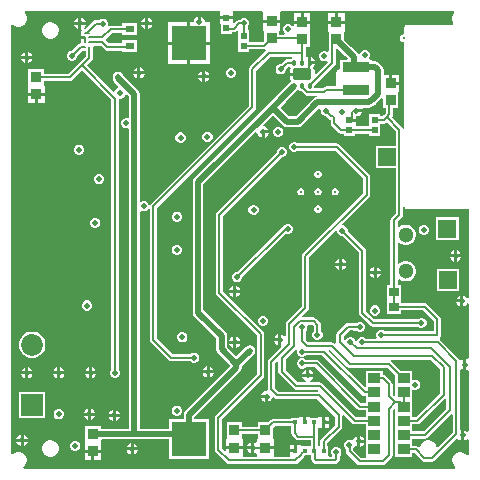
<source format=gbr>
%TF.GenerationSoftware,Altium Limited,Altium Designer,21.2.0 (30)*%
G04 Layer_Physical_Order=4*
G04 Layer_Color=16711680*
%FSLAX45Y45*%
%MOMM*%
%TF.SameCoordinates,6E67B6D2-48A1-4C3A-8D5B-8FB38F647B41*%
%TF.FilePolarity,Positive*%
%TF.FileFunction,Copper,L4,Bot,Signal*%
%TF.Part,Single*%
G01*
G75*
%TA.AperFunction,Conductor*%
%ADD10C,0.20000*%
%TA.AperFunction,SMDPad,CuDef*%
%ADD17R,0.55000X0.60000*%
%ADD20R,0.91213X0.95814*%
%TA.AperFunction,Conductor*%
%ADD35C,0.50000*%
%TA.AperFunction,ComponentPad*%
%ADD43R,1.50000X1.50000*%
%ADD44C,1.30000*%
%ADD46C,1.85000*%
%ADD47R,1.85000X1.85000*%
%TA.AperFunction,ViaPad*%
%ADD48C,0.20000*%
%ADD49C,0.46000*%
%ADD50C,0.30000*%
%TA.AperFunction,SMDPad,CuDef*%
%ADD51R,2.30000X0.85000*%
G04:AMPARAMS|DCode=52|XSize=1mm|YSize=1.6mm|CornerRadius=0.25mm|HoleSize=0mm|Usage=FLASHONLY|Rotation=90.000|XOffset=0mm|YOffset=0mm|HoleType=Round|Shape=RoundedRectangle|*
%AMROUNDEDRECTD52*
21,1,1.00000,1.10000,0,0,90.0*
21,1,0.50000,1.60000,0,0,90.0*
1,1,0.50000,0.55000,0.25000*
1,1,0.50000,0.55000,-0.25000*
1,1,0.50000,-0.55000,-0.25000*
1,1,0.50000,-0.55000,0.25000*
%
%ADD52ROUNDEDRECTD52*%
G04:AMPARAMS|DCode=53|XSize=0.45mm|YSize=0.3mm|CornerRadius=0.075mm|HoleSize=0mm|Usage=FLASHONLY|Rotation=90.000|XOffset=0mm|YOffset=0mm|HoleType=Round|Shape=RoundedRectangle|*
%AMROUNDEDRECTD53*
21,1,0.45000,0.15000,0,0,90.0*
21,1,0.30000,0.30000,0,0,90.0*
1,1,0.15000,0.07500,0.15000*
1,1,0.15000,0.07500,-0.15000*
1,1,0.15000,-0.07500,-0.15000*
1,1,0.15000,-0.07500,0.15000*
%
%ADD53ROUNDEDRECTD53*%
%TA.AperFunction,ConnectorPad*%
%ADD54R,0.91213X0.95814*%
%ADD55R,0.55000X0.60000*%
%TA.AperFunction,SMDPad,CuDef*%
%ADD56R,0.80000X0.60000*%
%TA.AperFunction,BGAPad,CuDef*%
%ADD57C,0.15000*%
%TA.AperFunction,SMDPad,CuDef*%
%ADD58R,1.00000X0.90000*%
%ADD59R,0.81213X0.75814*%
%TA.AperFunction,BGAPad,CuDef*%
%ADD60R,0.40000X0.40000*%
%TA.AperFunction,SMDPad,CuDef*%
%ADD61R,3.00000X3.00000*%
G36*
X3818305Y3917300D02*
X3813986Y3912981D01*
X3804770Y3897019D01*
X3800000Y3879216D01*
Y3860784D01*
X3804770Y3842981D01*
X3811119Y3831985D01*
X3804791Y3819285D01*
X3417602D01*
X3409798Y3817733D01*
X3403182Y3813313D01*
X3398762Y3806697D01*
X3397210Y3798893D01*
Y3738893D01*
X3385640D01*
X3372776Y3733565D01*
X3362930Y3723720D01*
X3357602Y3710855D01*
Y3696932D01*
X3362930Y3684068D01*
X3372776Y3674222D01*
X3385640Y3668894D01*
X3397210D01*
Y2933192D01*
X3384510Y2931941D01*
X3383259Y2938227D01*
X3376629Y2948150D01*
X3376628Y2948151D01*
X3297253Y3027526D01*
X3291629Y3038371D01*
X3298259Y3048294D01*
X3300588Y3060000D01*
Y3109394D01*
X3345606D01*
Y3245207D01*
X3351007Y3249393D01*
X3351007D01*
Y3309999D01*
X3280000D01*
Y3322699D01*
X3267300D01*
Y3396006D01*
X3222233D01*
Y3434490D01*
X3218740Y3452048D01*
X3208794Y3466933D01*
X3179505Y3496223D01*
X3164620Y3506169D01*
X3147062Y3509661D01*
X3121651D01*
Y3522979D01*
X3104639D01*
X3099864Y3535679D01*
X3105788Y3549980D01*
Y3567086D01*
X3099241Y3582891D01*
X3087145Y3594987D01*
X3071341Y3601533D01*
X3054234D01*
X3038430Y3594987D01*
X3026334Y3582891D01*
X3022028Y3572496D01*
X3008054Y3571117D01*
X3001362Y3581133D01*
X2955811Y3626684D01*
X2948878Y3631316D01*
X2887784Y3692411D01*
Y3757060D01*
X2893184Y3767523D01*
X2893184Y3773801D01*
Y3828130D01*
X2822177D01*
X2751171D01*
X2751171Y3767523D01*
X2756571Y3757060D01*
Y3662782D01*
X2755983Y3659825D01*
X2755983Y3659823D01*
Y3591422D01*
X2743283Y3586899D01*
X2728553Y3593000D01*
X2711447D01*
X2695642Y3586454D01*
X2683546Y3574358D01*
X2677000Y3558553D01*
Y3541447D01*
X2683546Y3525642D01*
X2695642Y3513546D01*
X2711447Y3507000D01*
X2728553D01*
X2740515Y3511955D01*
X2747709Y3501188D01*
X2649076Y3402556D01*
X2637343Y3407416D01*
Y3423959D01*
X2633432Y3443624D01*
X2626447Y3454077D01*
X2627176Y3457740D01*
X2634447Y3468623D01*
X2637001Y3481460D01*
Y3483759D01*
X2595956D01*
Y3496459D01*
X2583256D01*
Y3543970D01*
X2575619Y3542450D01*
X2574244Y3541531D01*
X2561544Y3548320D01*
Y3627524D01*
X2596063D01*
Y3757060D01*
X2601463Y3767523D01*
X2601463Y3773801D01*
Y3828130D01*
X2530457D01*
X2459450D01*
Y3806168D01*
X2446750Y3803642D01*
X2446454Y3804358D01*
X2434358Y3816454D01*
X2418553Y3823000D01*
X2401447D01*
X2385642Y3816454D01*
X2373546Y3804358D01*
X2367000Y3788553D01*
Y3771447D01*
X2373546Y3755642D01*
X2382926Y3746263D01*
X2379128Y3733707D01*
X2379033Y3733563D01*
X2337930D01*
Y3764604D01*
X2343330Y3775067D01*
X2343330Y3781345D01*
Y3835674D01*
X2272324D01*
X2201317D01*
X2201317Y3775067D01*
X2206717Y3764604D01*
Y3680326D01*
X2197151Y3670760D01*
X2085596D01*
Y3775172D01*
X2069636D01*
Y3798825D01*
X2076454Y3805642D01*
X2083000Y3821447D01*
Y3838553D01*
X2076454Y3854358D01*
X2064358Y3866454D01*
X2048553Y3873000D01*
X2031447D01*
X2015642Y3866454D01*
X2009777Y3860588D01*
X1997761D01*
X1997760Y3860588D01*
X1986055Y3858259D01*
X1976131Y3851629D01*
X1976131Y3851628D01*
X1954775Y3830272D01*
X1942075Y3835533D01*
Y3862840D01*
X1889175D01*
X1836275D01*
Y3820140D01*
X1841675D01*
Y3740540D01*
X1936675D01*
Y3752683D01*
X1951029D01*
X1951031Y3752683D01*
X1962736Y3755011D01*
X1972660Y3761642D01*
X1977897Y3766879D01*
X1990597Y3761618D01*
Y3675172D01*
Y3590172D01*
X2085596D01*
Y3609584D01*
X2211820D01*
X2211821Y3609584D01*
X2220527Y3611316D01*
X2225336Y3604455D01*
X2226592Y3599850D01*
X2088371Y3461629D01*
X2081741Y3451705D01*
X2079412Y3440000D01*
X2079412Y3439999D01*
Y3132670D01*
X1248371Y2301629D01*
X1244025Y2295124D01*
X1231978Y2294866D01*
X1230139Y2295462D01*
X1226454Y2304358D01*
X1214358Y2316454D01*
X1198553Y2323000D01*
X1181447D01*
X1170088Y2318295D01*
X1157387Y2324792D01*
Y3229761D01*
X1153895Y3247319D01*
X1143949Y3262204D01*
X1017999Y3388154D01*
X1017350Y3391417D01*
X1007404Y3406303D01*
X992519Y3416248D01*
X974961Y3419741D01*
X957403Y3416248D01*
X942518Y3406303D01*
X932572Y3391417D01*
X929079Y3373859D01*
Y3366306D01*
X932572Y3348747D01*
X942518Y3333863D01*
X976247Y3300133D01*
X973052Y3285368D01*
X962584Y3281032D01*
X948969Y3267416D01*
X943794Y3254924D01*
X929867Y3250891D01*
X707008Y3473750D01*
X751629Y3518371D01*
X758259Y3528295D01*
X760588Y3540000D01*
Y3630000D01*
X768312Y3639412D01*
X827330D01*
X858371Y3608372D01*
X858371Y3608371D01*
X868294Y3601741D01*
X880000Y3599412D01*
X1010000D01*
Y3590000D01*
X1130000D01*
Y3690000D01*
X1010000D01*
Y3660588D01*
X892670D01*
X863258Y3690000D01*
X922670Y3749412D01*
X1010000D01*
Y3730000D01*
X1130000D01*
Y3830000D01*
X1010000D01*
Y3810588D01*
X910000D01*
X898295Y3808259D01*
X897050Y3807427D01*
X886791Y3815847D01*
X887321Y3817126D01*
Y3834233D01*
X880774Y3850037D01*
X868678Y3862133D01*
X852874Y3868679D01*
X835767D01*
X819963Y3862133D01*
X814097Y3856267D01*
X785681D01*
X785679Y3856267D01*
X773974Y3853939D01*
X764051Y3847308D01*
X697542Y3780799D01*
X686192Y3781414D01*
X680934Y3792487D01*
X691031Y3802584D01*
X697127Y3817300D01*
X662700D01*
Y3780925D01*
X668371Y3771629D01*
X661741Y3761705D01*
X659412Y3750000D01*
X661741Y3738295D01*
X665757Y3732284D01*
X662109Y3728636D01*
X659650Y3722700D01*
X676850D01*
X678293Y3721736D01*
X690000Y3719407D01*
Y3697300D01*
X659412D01*
Y3682126D01*
X657100Y3676544D01*
Y3663456D01*
X645794Y3658259D01*
X635871Y3651629D01*
X635871Y3651628D01*
X582242Y3598000D01*
X573947D01*
X558142Y3591454D01*
X546046Y3579358D01*
X539500Y3563553D01*
Y3546447D01*
X546046Y3530642D01*
X558142Y3518546D01*
X573947Y3512000D01*
X591053D01*
X606858Y3518546D01*
X618954Y3530642D01*
X625500Y3546447D01*
Y3554742D01*
X670170Y3599412D01*
X690000D01*
X699412Y3591688D01*
Y3552670D01*
X642121Y3495379D01*
X642121Y3495378D01*
X550029Y3403287D01*
X345606D01*
Y3440606D01*
X214394D01*
Y3311071D01*
X208993Y3300608D01*
X208993Y3294329D01*
Y3240001D01*
X280000D01*
X351006D01*
X351007Y3300608D01*
X345606Y3311071D01*
Y3342112D01*
X562698D01*
X562699Y3342111D01*
X574405Y3344440D01*
X584328Y3351071D01*
X663750Y3430492D01*
X917034Y3177208D01*
Y898364D01*
X911168Y892498D01*
X904622Y876694D01*
Y859587D01*
X911168Y843783D01*
X923264Y831687D01*
X939068Y825141D01*
X956175D01*
X971979Y831687D01*
X984075Y843783D01*
X990622Y859587D01*
Y876694D01*
X984075Y892498D01*
X978209Y898364D01*
Y3179867D01*
X980104Y3190143D01*
X990515Y3191600D01*
X999627D01*
X1017416Y3198969D01*
X1031031Y3212584D01*
X1035368Y3223052D01*
X1050133Y3226247D01*
X1065624Y3210756D01*
Y3032187D01*
X1055064Y3025132D01*
X1052059Y3026376D01*
X1034953D01*
X1019148Y3019830D01*
X1007052Y3007734D01*
X1000506Y2991930D01*
Y2974823D01*
X1007052Y2959019D01*
X1019148Y2946923D01*
X1034953Y2940377D01*
X1052059D01*
X1055064Y2941621D01*
X1065624Y2934566D01*
Y398581D01*
X825606D01*
Y420606D01*
X694394D01*
Y291071D01*
X688993Y280608D01*
X688994Y274329D01*
Y220001D01*
X760000D01*
X831006D01*
X831007Y280608D01*
X825606Y291071D01*
Y297837D01*
X834587Y306818D01*
X1403317D01*
Y138990D01*
X1743317D01*
Y478990D01*
X1619199D01*
Y495386D01*
X2006545Y882732D01*
X2016491Y897617D01*
X2019984Y915175D01*
Y925097D01*
X2121751Y1026865D01*
X2131697Y1041750D01*
X2135189Y1059308D01*
X2131697Y1076866D01*
X2121751Y1091751D01*
X2106866Y1101697D01*
X2089308Y1105189D01*
X2071749Y1101697D01*
X2056865Y1091751D01*
X1974102Y1008988D01*
X1895882Y1087209D01*
Y1180000D01*
X1892389Y1197558D01*
X1882443Y1212443D01*
X1695159Y1399727D01*
Y2465776D01*
X2138900Y2909517D01*
X2151600Y2904256D01*
Y2900373D01*
X2158969Y2882584D01*
X2172584Y2868969D01*
X2187300Y2862873D01*
Y2910000D01*
X2200000D01*
Y2922700D01*
X2247127D01*
X2241031Y2937416D01*
X2227416Y2951031D01*
X2209627Y2958400D01*
X2205744D01*
X2200483Y2971100D01*
X2280958Y3051575D01*
X2367476Y2965057D01*
X2382361Y2955111D01*
X2399920Y2951618D01*
X2497500D01*
X2515058Y2955111D01*
X2529943Y2965057D01*
X2671655Y3106768D01*
X2676461Y3106298D01*
X2687000Y3098553D01*
Y3081447D01*
X2693546Y3065642D01*
X2705642Y3053546D01*
X2721447Y3047000D01*
X2729742D01*
X2755838Y3020904D01*
X2765761Y3014274D01*
X2773865Y3012662D01*
Y2983447D01*
X2773865Y2983446D01*
X2776194Y2971741D01*
X2782824Y2961817D01*
X2840613Y2904028D01*
X2840613Y2904028D01*
X2850537Y2897397D01*
X2862242Y2895069D01*
X2862243Y2895069D01*
X2884551D01*
Y2875657D01*
X2979551D01*
Y2895069D01*
X3099618D01*
Y2876521D01*
X3194618D01*
Y2980934D01*
X3221520D01*
X3221521Y2980933D01*
X3233227Y2983262D01*
X3243150Y2989892D01*
X3245761Y2992503D01*
X3324412Y2913852D01*
Y2795000D01*
X3155000D01*
Y2605000D01*
X3324412D01*
Y2221006D01*
X3287765Y2184359D01*
X3281134Y2174435D01*
X3278805Y2162730D01*
X3278806Y2162729D01*
Y1613640D01*
X3248787D01*
Y1497827D01*
X3248786D01*
Y1488241D01*
X3248787D01*
Y1372427D01*
X3370000D01*
Y1399412D01*
X3557330D01*
X3645950Y1310792D01*
Y1223088D01*
X3232724D01*
X3226858Y1228954D01*
X3211053Y1235500D01*
X3193947D01*
X3178142Y1228954D01*
X3166046Y1216858D01*
X3159500Y1201053D01*
Y1183947D01*
X3163915Y1173288D01*
X3157008Y1160588D01*
X3070223D01*
X3064358Y1166454D01*
X3048553Y1173000D01*
X3031447D01*
X3015642Y1166454D01*
X3003546Y1154358D01*
X2999005Y1143393D01*
X2986161Y1139422D01*
X2984708Y1139538D01*
X2981723Y1141637D01*
X2976454Y1154358D01*
X2964358Y1166454D01*
X2948553Y1173000D01*
X2931447D01*
X2915643Y1166454D01*
X2903547Y1154358D01*
X2902530Y1151904D01*
X2886937Y1147444D01*
X2882645Y1150515D01*
Y1179387D01*
X2932670Y1229412D01*
X2964254D01*
X2967000Y1228866D01*
X2967001Y1228866D01*
X2990323D01*
X2995642Y1223546D01*
X3011447Y1217000D01*
X3028553D01*
X3044358Y1223546D01*
X3056454Y1235642D01*
X3063000Y1251447D01*
Y1268553D01*
X3056454Y1284358D01*
X3044358Y1296454D01*
X3028553Y1303000D01*
X3011447D01*
X2995642Y1296454D01*
X2989230Y1290042D01*
X2969200D01*
X2966454Y1290588D01*
X2966453Y1290588D01*
X2920000D01*
X2908294Y1288259D01*
X2898371Y1281629D01*
X2898371Y1281628D01*
X2830428Y1213686D01*
X2823798Y1203763D01*
X2821469Y1192057D01*
X2821470Y1192056D01*
Y1127944D01*
X2821469Y1127943D01*
X2811035Y1115301D01*
X2808350Y1114907D01*
X2803242Y1120016D01*
X2793319Y1126646D01*
X2781613Y1128975D01*
X2781612Y1128975D01*
X2584283D01*
X2563270Y1149988D01*
Y1225700D01*
X2568454Y1230884D01*
X2575000Y1246688D01*
Y1263795D01*
X2573351Y1267776D01*
X2580407Y1278336D01*
X2618406D01*
X2630527Y1266215D01*
Y1220223D01*
X2624661Y1214357D01*
X2618115Y1198553D01*
Y1181447D01*
X2624661Y1165642D01*
X2636757Y1153546D01*
X2652562Y1147000D01*
X2669668D01*
X2685472Y1153546D01*
X2697568Y1165642D01*
X2704115Y1181447D01*
Y1198553D01*
X2697568Y1214357D01*
X2691703Y1220223D01*
Y1278885D01*
X2689374Y1290591D01*
X2682744Y1300514D01*
X2682743Y1300515D01*
X2652705Y1330552D01*
X2642782Y1337183D01*
X2631077Y1339511D01*
X2631075Y1339511D01*
X2536399D01*
X2531539Y1351244D01*
X2578575Y1398280D01*
X2585205Y1408204D01*
X2587534Y1419909D01*
X2587534Y1419910D01*
Y1846776D01*
X2816800Y2076042D01*
X2829500Y2070782D01*
Y2066447D01*
X2836046Y2050642D01*
X2848142Y2038546D01*
X2863947Y2032000D01*
X2872242D01*
X3010923Y1893319D01*
Y1378491D01*
X3010923Y1378489D01*
X3013252Y1366784D01*
X3019882Y1356860D01*
X3106611Y1270132D01*
X3106612Y1270131D01*
X3116535Y1263500D01*
X3128240Y1261172D01*
X3511539D01*
X3517404Y1255306D01*
X3533209Y1248760D01*
X3550315D01*
X3566120Y1255306D01*
X3578216Y1267402D01*
X3584762Y1283206D01*
Y1300313D01*
X3578216Y1316117D01*
X3566120Y1328213D01*
X3550315Y1334760D01*
X3533209D01*
X3517404Y1328213D01*
X3511539Y1322347D01*
X3140910D01*
X3072099Y1391159D01*
Y1905989D01*
X3069770Y1917695D01*
X3063140Y1927618D01*
X3063139Y1927618D01*
X2915500Y2075258D01*
Y2083553D01*
X2908954Y2099357D01*
X2896858Y2111453D01*
X2881053Y2118000D01*
X2876718D01*
X2871458Y2130700D01*
X3099129Y2358371D01*
X3105759Y2368295D01*
X3108088Y2380000D01*
Y2530000D01*
X3105759Y2541705D01*
X3099129Y2551629D01*
X2846871Y2803886D01*
X2836948Y2810517D01*
X2825243Y2812845D01*
X2825241Y2812845D01*
X2496599D01*
X2490733Y2818711D01*
X2474928Y2825257D01*
X2457822D01*
X2442017Y2818711D01*
X2429921Y2806615D01*
X2423375Y2790811D01*
Y2773704D01*
X2429921Y2757900D01*
X2442017Y2745804D01*
X2457822Y2739257D01*
X2474928D01*
X2490733Y2745804D01*
X2496599Y2751670D01*
X2812572D01*
X3046912Y2517330D01*
Y2392670D01*
X2535317Y1881075D01*
X2528687Y1871151D01*
X2526358Y1859446D01*
X2526358Y1859445D01*
Y1432579D01*
X2399894Y1306115D01*
X2393263Y1296191D01*
X2390935Y1284486D01*
X2390935Y1284485D01*
Y1184167D01*
X2378235Y1180213D01*
X2367416Y1191031D01*
X2352700Y1197127D01*
Y1150000D01*
Y1091445D01*
X2353177Y1089867D01*
X2248371Y985061D01*
X2241741Y975137D01*
X2239412Y963432D01*
X2239412Y963430D01*
Y729650D01*
X2239412Y729649D01*
X2228701Y718400D01*
X2220373D01*
X2202584Y711031D01*
X2188969Y697416D01*
X2182873Y682700D01*
X2230000D01*
Y670000D01*
X2242700D01*
Y622873D01*
X2257416Y628969D01*
X2271032Y642584D01*
X2278400Y660373D01*
Y661397D01*
X2290133Y666257D01*
X2298020Y658371D01*
X2307943Y651741D01*
X2319649Y649412D01*
X2657330D01*
X2809412Y497330D01*
Y427849D01*
X2692486Y310922D01*
X2685855Y300999D01*
X2683527Y289294D01*
X2683527Y289292D01*
Y258920D01*
X2674115Y250983D01*
X2664702Y258920D01*
Y330983D01*
Y394545D01*
X2668715Y405583D01*
X2701415D01*
Y450983D01*
Y496383D01*
X2668715D01*
Y490983D01*
X2599515D01*
Y496383D01*
X2566815D01*
Y450983D01*
X2541415D01*
Y496383D01*
X2508715D01*
Y490983D01*
X2434115D01*
Y481571D01*
X2285983D01*
X2274278Y479242D01*
X2264354Y472612D01*
X2242349Y450606D01*
X2154393D01*
Y413287D01*
X2024068D01*
Y450606D01*
X1892855D01*
Y321071D01*
X1887455Y310607D01*
X1887454Y310607D01*
X1887455Y310607D01*
Y250001D01*
X1958461D01*
X2029468D01*
Y310607D01*
X2029468D01*
X2024068Y314793D01*
Y352112D01*
X2154393D01*
Y321070D01*
X2148993Y310607D01*
X2148993Y304329D01*
Y287905D01*
X2136293Y280509D01*
X2127557Y284127D01*
Y237000D01*
Y189873D01*
X2136293Y193491D01*
X2148993Y186095D01*
X2148993Y163994D01*
X2138122Y159578D01*
X2040339D01*
X2029468Y163994D01*
Y224601D01*
X1958461D01*
X1887455D01*
Y213478D01*
X1875722Y208618D01*
X1852882Y231458D01*
Y479624D01*
X2201628Y828370D01*
X2201629Y828371D01*
X2208259Y838294D01*
X2210588Y850000D01*
Y1198880D01*
X2210588Y1198881D01*
X2208259Y1210587D01*
X2201629Y1220510D01*
X1860588Y1561551D01*
Y2197330D01*
X2360258Y2697000D01*
X2368553D01*
X2384358Y2703547D01*
X2396454Y2715643D01*
X2403000Y2731447D01*
Y2748553D01*
X2396454Y2764358D01*
X2384358Y2776454D01*
X2368553Y2783000D01*
X2351447D01*
X2335643Y2776454D01*
X2323547Y2764358D01*
X2317000Y2748553D01*
Y2740258D01*
X1808371Y2231629D01*
X1801741Y2221705D01*
X1799412Y2210000D01*
X1799412Y2209999D01*
Y1548883D01*
X1799412Y1548881D01*
X1801741Y1537176D01*
X1808371Y1527252D01*
X2149412Y1186211D01*
Y862670D01*
X1800665Y513923D01*
X1794035Y503999D01*
X1791706Y492294D01*
X1791706Y492293D01*
Y218789D01*
X1791706Y218787D01*
X1794035Y207082D01*
X1800665Y197159D01*
X1890463Y107361D01*
X1900386Y100731D01*
X1912091Y98402D01*
X2474546D01*
X2474548Y98402D01*
X2486253Y100731D01*
X2496177Y107361D01*
X2545743Y156928D01*
X2545743Y156928D01*
X2550628Y164238D01*
X2557373Y170983D01*
X2609412D01*
Y141717D01*
X2609412Y141716D01*
X2611741Y130010D01*
X2618371Y120087D01*
X2630086Y108372D01*
X2630087Y108371D01*
X2640010Y101741D01*
X2651716Y99412D01*
X2651717Y99412D01*
X2808283D01*
X2808284Y99412D01*
X2819990Y101741D01*
X2829913Y108371D01*
X2841628Y120086D01*
X2841629Y120087D01*
X2848259Y130010D01*
X2850588Y141716D01*
X2850588Y141717D01*
Y170490D01*
X2856454Y176356D01*
X2863000Y192160D01*
Y209267D01*
X2856454Y225071D01*
X2844358Y237167D01*
X2828553Y243714D01*
X2811447D01*
X2795642Y237167D01*
X2783546Y225071D01*
X2777000Y209267D01*
Y192160D01*
X2783546Y176356D01*
X2786615Y173288D01*
X2782658Y160588D01*
X2759679D01*
X2754115Y170983D01*
X2754115Y173288D01*
Y250983D01*
X2744702D01*
Y276624D01*
X2861628Y393549D01*
X2861629Y393550D01*
X2868259Y403473D01*
X2870588Y415179D01*
X2870588Y415180D01*
Y508194D01*
X2874870Y511410D01*
X2882740Y514002D01*
X2954005Y442737D01*
X2963929Y436107D01*
X2975634Y433778D01*
X2975635Y433778D01*
X3073300D01*
Y399366D01*
Y279366D01*
Y159366D01*
X3064236Y150588D01*
X3032670D01*
X2963588Y219670D01*
Y232777D01*
X2966454Y235642D01*
X2969821Y243771D01*
X2978338Y247239D01*
X2984733Y248078D01*
X2997300Y242873D01*
Y290000D01*
Y337127D01*
X2982584Y331031D01*
X2968969Y317416D01*
X2963810Y304962D01*
X2957561Y299337D01*
X2948900Y298714D01*
X2938553Y303000D01*
X2921447D01*
X2905642Y296453D01*
X2893546Y284357D01*
X2887000Y268553D01*
Y251447D01*
X2893546Y235642D01*
X2902413Y226776D01*
Y207001D01*
X2902412Y207000D01*
X2904741Y195295D01*
X2911371Y185371D01*
X2998371Y98371D01*
X3008295Y91741D01*
X3020000Y89412D01*
X3020001Y89412D01*
X3213297D01*
X3213298Y89412D01*
X3225003Y91741D01*
X3234927Y98371D01*
X3287512Y150956D01*
X3287512Y150957D01*
X3294143Y160880D01*
X3296471Y172586D01*
X3296471Y172587D01*
Y552775D01*
X3309166Y565470D01*
X3320900Y560609D01*
Y519366D01*
Y399366D01*
Y279366D01*
Y159366D01*
X3460899D01*
Y193778D01*
X3479827D01*
X3545233Y128372D01*
X3545234Y128371D01*
X3555157Y121741D01*
X3566863Y119412D01*
X3633136D01*
X3633137Y119412D01*
X3644842Y121741D01*
X3654766Y128371D01*
X3837062Y310668D01*
X3852954Y308599D01*
X3862584Y298969D01*
X3877300Y292873D01*
Y340000D01*
Y388586D01*
X3868088Y394741D01*
Y895504D01*
X3880788Y900765D01*
X3882584Y898968D01*
X3897300Y892873D01*
Y940000D01*
Y987127D01*
X3882584Y981031D01*
X3879463Y977911D01*
X3865775Y981701D01*
X3865574Y981982D01*
X3859129Y991629D01*
X3859128Y991629D01*
X3699129Y1151629D01*
X3695678Y1153934D01*
X3695363Y1168998D01*
X3698167Y1170871D01*
X3704797Y1180795D01*
X3707126Y1192500D01*
Y1323462D01*
X3704797Y1335167D01*
X3698167Y1345091D01*
X3591629Y1451629D01*
X3581705Y1458259D01*
X3570000Y1460588D01*
X3569999Y1460588D01*
X3370000D01*
Y1488241D01*
X3370000D01*
Y1497827D01*
X3370000D01*
Y1613640D01*
X3339981D01*
Y1660718D01*
X3351714Y1665578D01*
X3355309Y1661983D01*
X3374691Y1650793D01*
X3396309Y1645001D01*
X3418690D01*
X3440309Y1650793D01*
X3459691Y1661983D01*
X3475517Y1677809D01*
X3486707Y1697192D01*
X3492500Y1718810D01*
Y1741191D01*
X3486707Y1762809D01*
X3475517Y1782192D01*
X3459691Y1798017D01*
X3440309Y1809208D01*
X3418690Y1815000D01*
X3396309D01*
X3374691Y1809208D01*
X3355309Y1798017D01*
X3351714Y1794423D01*
X3339981Y1799283D01*
Y1970717D01*
X3351714Y1975577D01*
X3355309Y1971983D01*
X3374691Y1960792D01*
X3396309Y1955000D01*
X3418690D01*
X3440309Y1960792D01*
X3459691Y1971983D01*
X3475517Y1987809D01*
X3486707Y2007191D01*
X3492500Y2028809D01*
Y2051190D01*
X3486707Y2072808D01*
X3475517Y2092191D01*
X3459691Y2108017D01*
X3440309Y2119207D01*
X3418690Y2125000D01*
X3396309D01*
X3374691Y2119207D01*
X3355309Y2108017D01*
X3351714Y2104422D01*
X3339981Y2109283D01*
Y2150060D01*
X3376628Y2186707D01*
X3376629Y2186708D01*
X3383259Y2196631D01*
X3385588Y2208337D01*
X3385588Y2208338D01*
Y2272223D01*
X3398288Y2273474D01*
X3398762Y2271090D01*
X3403182Y2264474D01*
X3409798Y2260054D01*
X3417602Y2258501D01*
X3937601D01*
X3940000Y2256533D01*
Y1502717D01*
X3927300Y1500191D01*
X3924307Y1507416D01*
X3910692Y1521032D01*
X3895975Y1527127D01*
Y1480000D01*
Y1432873D01*
X3910692Y1438969D01*
X3924307Y1452584D01*
X3927300Y1459810D01*
X3940000Y1457283D01*
Y993708D01*
X3927300Y985222D01*
X3922700Y987127D01*
Y940000D01*
Y892873D01*
X3927300Y894778D01*
X3940000Y886292D01*
Y376408D01*
X3927300Y371148D01*
X3917416Y381031D01*
X3902700Y387127D01*
Y340000D01*
Y292873D01*
X3917416Y298969D01*
X3927300Y308852D01*
X3940000Y303592D01*
Y174156D01*
X3927300Y170753D01*
X3926014Y172981D01*
X3912981Y186014D01*
X3897019Y195229D01*
X3879216Y200000D01*
X3860784D01*
X3842981Y195229D01*
X3827019Y186014D01*
X3813986Y172981D01*
X3804770Y157019D01*
X3800000Y139216D01*
Y120784D01*
X3804770Y102981D01*
X3813986Y87019D01*
X3827019Y73986D01*
X3829247Y72700D01*
X3825844Y60000D01*
X174156D01*
X170753Y72700D01*
X172981Y73986D01*
X186014Y87019D01*
X195229Y102981D01*
X200000Y120784D01*
Y139216D01*
X195229Y157019D01*
X186014Y172981D01*
X172981Y186014D01*
X157019Y195229D01*
X139216Y200000D01*
X120784D01*
X102981Y195229D01*
X87019Y186014D01*
X82700Y181695D01*
X70000Y186955D01*
Y3813044D01*
X82700Y3818305D01*
X87019Y3813986D01*
X102981Y3804770D01*
X120784Y3800000D01*
X139216D01*
X157019Y3804770D01*
X172981Y3813986D01*
X186014Y3827019D01*
X195229Y3842981D01*
X200000Y3860784D01*
Y3879216D01*
X195229Y3897019D01*
X186014Y3912981D01*
X181695Y3917300D01*
X186955Y3930000D01*
X1836275D01*
Y3888240D01*
X1889175D01*
X1942075D01*
Y3930000D01*
X2192063D01*
X2201317Y3921681D01*
X2201317Y3917300D01*
Y3861074D01*
X2272324D01*
X2343330D01*
Y3917300D01*
X2343330Y3921681D01*
X2352584Y3930000D01*
X3813045D01*
X3818305Y3917300D01*
D02*
G37*
G36*
X2445325Y3544200D02*
X2445824Y3536093D01*
X2438630Y3531286D01*
X2435798Y3527047D01*
X2406461D01*
X2406459Y3527047D01*
X2394754Y3524719D01*
X2384831Y3518088D01*
X2384830Y3518087D01*
X2349742Y3483000D01*
X2341447D01*
X2325643Y3476454D01*
X2313547Y3464358D01*
X2307000Y3448553D01*
Y3431447D01*
X2313547Y3415642D01*
X2325643Y3403546D01*
X2341447Y3397000D01*
X2358553D01*
X2374358Y3403546D01*
X2386454Y3415642D01*
X2393000Y3431447D01*
Y3439742D01*
X2416537Y3463279D01*
X2426641Y3462266D01*
X2433032Y3450513D01*
X2432877Y3450203D01*
X2428481Y3443624D01*
X2424569Y3423959D01*
Y3411659D01*
X2530956D01*
Y3386259D01*
X2424569D01*
Y3373959D01*
X2428481Y3354294D01*
X2439454Y3337872D01*
X2433513Y3333902D01*
X2328826Y3229216D01*
X2248515Y3148905D01*
X1616835Y2517224D01*
X1606889Y2502339D01*
X1603396Y2484781D01*
Y1380722D01*
X1606889Y1363164D01*
X1616835Y1348279D01*
X1804119Y1160995D01*
Y1068204D01*
X1807611Y1050646D01*
X1817557Y1035761D01*
X1923679Y929639D01*
X1540874Y546834D01*
X1530928Y531949D01*
X1527436Y514391D01*
Y478990D01*
X1403317D01*
Y398581D01*
X1157387D01*
Y2235208D01*
X1170088Y2241706D01*
X1181447Y2237000D01*
X1198553D01*
X1214358Y2243547D01*
X1226454Y2255643D01*
X1226712Y2256267D01*
X1239412Y2253740D01*
Y1150001D01*
X1239412Y1150000D01*
X1241741Y1138295D01*
X1248371Y1128371D01*
X1400230Y976512D01*
X1400231Y976512D01*
X1410154Y969881D01*
X1421859Y967553D01*
X1421861Y967553D01*
X1587398D01*
X1593264Y961687D01*
X1609068Y955141D01*
X1626175D01*
X1641979Y961687D01*
X1654075Y973783D01*
X1660622Y989587D01*
Y1006694D01*
X1654075Y1022498D01*
X1641979Y1034594D01*
X1626175Y1041140D01*
X1609068D01*
X1593264Y1034594D01*
X1587398Y1028728D01*
X1434529D01*
X1300588Y1162670D01*
Y2267330D01*
X2131628Y3098371D01*
X2131629Y3098371D01*
X2138259Y3108295D01*
X2140588Y3120000D01*
Y3427330D01*
X2262050Y3548793D01*
X2443712D01*
X2445325Y3544200D01*
D02*
G37*
G36*
X2888624Y3561797D02*
X2895557Y3557165D01*
X2917043Y3535679D01*
X2911782Y3522979D01*
X2851651D01*
Y3439269D01*
X2846951D01*
X2837197Y3437329D01*
X2828928Y3431803D01*
X2823402Y3423534D01*
X2821462Y3413780D01*
Y3312180D01*
X2822140Y3308767D01*
X2813539Y3296067D01*
X2735547D01*
X2723842Y3293739D01*
X2713919Y3287108D01*
X2713918Y3287107D01*
X2706358Y3279547D01*
X2637168D01*
X2631495Y3286460D01*
Y3298458D01*
X2808199Y3475163D01*
X2814830Y3485087D01*
X2817158Y3496792D01*
X2817158Y3496793D01*
Y3615303D01*
X2829858Y3620563D01*
X2888624Y3561797D01*
D02*
G37*
G36*
X2512726Y3260555D02*
X2519397Y3259228D01*
X2551295Y3227330D01*
X2561218Y3220700D01*
X2572923Y3218372D01*
X2659493D01*
X2660000Y3205882D01*
X2642442Y3202389D01*
X2627557Y3192443D01*
X2478495Y3043382D01*
X2418924D01*
X2345844Y3116461D01*
X2393713Y3164329D01*
X2491424Y3262041D01*
X2503630Y3266633D01*
X2512726Y3260555D01*
D02*
G37*
G36*
X3214394Y3189235D02*
Y3109394D01*
X3239412D01*
Y3072670D01*
X3224132Y3057390D01*
X3224131Y3057389D01*
X3208851Y3042109D01*
X3194618D01*
Y3061521D01*
X3099618D01*
Y2956244D01*
X2984951D01*
Y2997957D01*
X2932051D01*
Y3023357D01*
X2984951D01*
Y3041600D01*
X2999627D01*
X3017416Y3048969D01*
X3031032Y3062584D01*
X3037127Y3077300D01*
X2990000D01*
Y3102700D01*
X3037127D01*
X3036772Y3103559D01*
X3043827Y3114118D01*
X3099956D01*
X3117514Y3117611D01*
X3132399Y3127557D01*
X3145635Y3140793D01*
X3152734Y3145536D01*
X3201694Y3194496D01*
X3214394Y3189235D01*
D02*
G37*
G36*
X3697770Y905795D02*
Y699386D01*
X3493337Y494954D01*
X3460899D01*
Y639366D01*
Y721764D01*
X3473600Y730251D01*
X3481447Y727000D01*
X3498553D01*
X3514357Y733546D01*
X3526453Y745642D01*
X3533000Y761447D01*
Y778553D01*
X3526453Y794358D01*
X3514357Y806454D01*
X3498553Y813000D01*
X3481447D01*
X3473600Y809749D01*
X3460899Y818236D01*
Y889366D01*
X3364157D01*
X3288538Y964985D01*
X3282719Y968873D01*
X3286571Y981573D01*
X3621991D01*
X3697770Y905795D01*
D02*
G37*
G36*
X2329412Y962993D02*
Y880001D01*
X2329412Y880000D01*
X2331741Y868295D01*
X2338371Y858371D01*
X2458371Y738372D01*
X2458371Y738371D01*
X2468295Y731741D01*
X2480000Y729412D01*
X2664263D01*
X2669770Y722635D01*
X2663572Y710588D01*
X2332319D01*
X2300588Y742319D01*
Y950762D01*
X2317679Y967853D01*
X2329412Y962993D01*
D02*
G37*
G36*
X2915014Y921728D02*
X2915015Y921728D01*
X2924938Y915097D01*
X2936644Y912769D01*
X2936645Y912769D01*
X3254239D01*
X3320900Y846108D01*
Y759366D01*
Y678123D01*
X3309166Y673262D01*
X3296470Y685959D01*
Y774117D01*
X3296470Y774118D01*
X3294141Y785823D01*
X3287511Y795747D01*
X3287510Y795747D01*
X3237263Y845995D01*
X3227339Y852625D01*
X3215634Y854954D01*
X3213299Y867381D01*
Y889366D01*
X3073300D01*
Y752408D01*
X3060600Y747147D01*
X2751681Y1056066D01*
X2756541Y1067799D01*
X2768943D01*
X2915014Y921728D01*
D02*
G37*
G36*
X2489893Y1065538D02*
X2487000Y1058553D01*
Y1041447D01*
X2493546Y1025642D01*
X2505642Y1013546D01*
X2521447Y1007000D01*
X2538553D01*
X2554358Y1013546D01*
X2560223Y1019412D01*
X2701819D01*
X3038494Y682737D01*
X3048418Y676107D01*
X3060123Y673778D01*
X3060124Y673778D01*
X3073300D01*
Y614954D01*
X3033058D01*
X2676383Y971629D01*
X2666460Y978259D01*
X2654754Y980588D01*
X2654753Y980588D01*
X2560223D01*
X2554358Y986453D01*
X2538553Y993000D01*
X2521447D01*
X2505642Y986453D01*
X2493546Y974357D01*
X2487000Y958553D01*
Y941447D01*
X2493546Y925642D01*
X2505642Y913546D01*
X2521447Y907000D01*
X2538553D01*
X2554358Y913546D01*
X2560223Y919412D01*
X2642084D01*
X2998760Y562737D01*
X3008683Y556107D01*
X3020388Y553778D01*
X3073300D01*
Y494954D01*
X2988304D01*
X2701629Y781629D01*
X2691705Y788259D01*
X2680000Y790588D01*
X2679999Y790588D01*
X2596228D01*
X2593701Y803288D01*
X2607416Y808969D01*
X2621031Y822584D01*
X2627127Y837300D01*
X2532873D01*
X2538969Y822584D01*
X2552584Y808969D01*
X2566298Y803288D01*
X2563772Y790588D01*
X2492670D01*
X2390588Y892670D01*
Y984193D01*
X2479127Y1072732D01*
X2489893Y1065538D01*
D02*
G37*
G36*
X3751423Y648563D02*
Y564681D01*
X3561696Y374954D01*
X3460899D01*
Y433778D01*
X3506006D01*
X3506007Y433778D01*
X3517713Y436107D01*
X3527636Y442737D01*
X3738723Y653824D01*
X3751423Y648563D01*
D02*
G37*
G36*
X3806912Y515694D02*
Y367033D01*
X3682250Y242370D01*
X3668126Y246208D01*
X3665229Y257019D01*
X3656014Y272981D01*
X3642981Y286014D01*
X3627019Y295230D01*
X3609216Y300000D01*
X3590784D01*
X3572981Y295230D01*
X3557019Y286014D01*
X3543986Y272981D01*
X3534770Y257019D01*
X3531874Y246208D01*
X3517750Y242370D01*
X3514126Y245995D01*
X3504202Y252625D01*
X3492497Y254954D01*
X3492495Y254954D01*
X3460899D01*
Y313778D01*
X3574364D01*
X3574366Y313778D01*
X3586071Y316107D01*
X3595995Y322737D01*
X3794212Y520955D01*
X3806912Y515694D01*
D02*
G37*
G36*
X2434115Y410983D02*
X2439412D01*
Y360001D01*
X2439412Y360000D01*
X2441741Y348295D01*
X2448371Y338371D01*
X2477387Y309355D01*
X2477388Y309354D01*
X2487312Y302724D01*
X2499017Y300395D01*
X2499018Y300395D01*
X2603527D01*
Y250983D01*
X2519515D01*
Y256383D01*
X2486814D01*
Y210983D01*
X2474114D01*
Y198283D01*
X2428715D01*
Y165583D01*
X2418502Y159578D01*
X2301877D01*
X2291007Y163994D01*
X2291006Y172278D01*
Y224600D01*
X2220000D01*
Y250000D01*
X2291006D01*
X2291007Y310607D01*
X2285606Y321070D01*
Y407348D01*
X2298653Y420395D01*
X2434115D01*
Y410983D01*
D02*
G37*
%LPC*%
G36*
X2893184Y3914137D02*
X2834877D01*
Y3853530D01*
X2893184D01*
Y3914137D01*
D02*
G37*
G36*
X2601463D02*
X2543157D01*
Y3853530D01*
X2601463D01*
Y3914137D01*
D02*
G37*
G36*
X2517757D02*
X2459450D01*
Y3853530D01*
X2517757D01*
Y3914137D01*
D02*
G37*
G36*
X2809477D02*
X2751171D01*
Y3853530D01*
X2809477D01*
Y3914137D01*
D02*
G37*
G36*
X1229479Y3878168D02*
Y3843741D01*
X1263907D01*
X1257811Y3858457D01*
X1244196Y3872073D01*
X1229479Y3878168D01*
D02*
G37*
G36*
X1204079D02*
X1189363Y3872073D01*
X1175748Y3858457D01*
X1169652Y3843741D01*
X1204079D01*
Y3878168D01*
D02*
G37*
G36*
X662700Y3877127D02*
Y3842700D01*
X697127D01*
X691031Y3857416D01*
X677416Y3871031D01*
X662700Y3877127D01*
D02*
G37*
G36*
X637300D02*
X622584Y3871031D01*
X608969Y3857416D01*
X602873Y3842700D01*
X637300D01*
Y3877127D01*
D02*
G37*
G36*
X1672700Y3887127D02*
Y3840000D01*
X1647300D01*
Y3887127D01*
X1632584Y3881031D01*
X1618969Y3867416D01*
X1611600Y3849627D01*
Y3837190D01*
X1586017D01*
Y3674490D01*
X1748717D01*
Y3837190D01*
X1708400D01*
Y3849627D01*
X1701031Y3867416D01*
X1687416Y3881031D01*
X1672700Y3887127D01*
D02*
G37*
G36*
X1263907Y3818341D02*
X1229479D01*
Y3783914D01*
X1244196Y3790010D01*
X1257811Y3803625D01*
X1263907Y3818341D01*
D02*
G37*
G36*
X1204079D02*
X1169652D01*
X1175748Y3803625D01*
X1189363Y3790010D01*
X1204079Y3783914D01*
Y3818341D01*
D02*
G37*
G36*
X637300Y3817300D02*
X602873D01*
X608969Y3802584D01*
X622584Y3788969D01*
X637300Y3782873D01*
Y3817300D01*
D02*
G37*
G36*
X409216Y3840000D02*
X390784D01*
X372981Y3835230D01*
X357019Y3826014D01*
X343986Y3812981D01*
X334770Y3797019D01*
X330000Y3779216D01*
Y3760784D01*
X334770Y3742981D01*
X343986Y3727019D01*
X357019Y3713986D01*
X372981Y3704771D01*
X390784Y3700000D01*
X409216D01*
X427019Y3704771D01*
X442981Y3713986D01*
X456014Y3727019D01*
X465229Y3742981D01*
X470000Y3760784D01*
Y3779216D01*
X465229Y3797019D01*
X456014Y3812981D01*
X442981Y3826014D01*
X427019Y3835230D01*
X409216Y3840000D01*
D02*
G37*
G36*
X1560617Y3837190D02*
X1397917D01*
Y3674490D01*
X1560617D01*
Y3837190D01*
D02*
G37*
G36*
X212700Y3587127D02*
Y3552700D01*
X247127D01*
X241032Y3567416D01*
X227416Y3581031D01*
X212700Y3587127D01*
D02*
G37*
G36*
X187300D02*
X172584Y3581031D01*
X158969Y3567416D01*
X152873Y3552700D01*
X187300D01*
Y3587127D01*
D02*
G37*
G36*
X2608656Y3543970D02*
Y3509159D01*
X2637001D01*
Y3511459D01*
X2634447Y3524296D01*
X2627176Y3535179D01*
X2616293Y3542450D01*
X2608656Y3543970D01*
D02*
G37*
G36*
X247127Y3527300D02*
X212700D01*
Y3492873D01*
X227416Y3498969D01*
X241032Y3512584D01*
X247127Y3527300D01*
D02*
G37*
G36*
X187300D02*
X152873D01*
X158969Y3512584D01*
X172584Y3498969D01*
X187300Y3492873D01*
Y3527300D01*
D02*
G37*
G36*
X1748717Y3649090D02*
X1586017D01*
Y3486390D01*
X1748717D01*
Y3649090D01*
D02*
G37*
G36*
X1560617D02*
X1397917D01*
Y3486390D01*
X1560617D01*
Y3649090D01*
D02*
G37*
G36*
X1162700Y3457127D02*
Y3422700D01*
X1197127D01*
X1191031Y3437416D01*
X1177416Y3451031D01*
X1162700Y3457127D01*
D02*
G37*
G36*
X1137300D02*
X1122584Y3451031D01*
X1108969Y3437416D01*
X1102873Y3422700D01*
X1137300D01*
Y3457127D01*
D02*
G37*
G36*
X1711305Y3427716D02*
Y3393289D01*
X1745732D01*
X1739636Y3408005D01*
X1726021Y3421620D01*
X1711305Y3427716D01*
D02*
G37*
G36*
X1685905D02*
X1671188Y3421620D01*
X1657573Y3408005D01*
X1651478Y3393289D01*
X1685905D01*
Y3427716D01*
D02*
G37*
G36*
X1938553Y3453000D02*
X1921447D01*
X1905642Y3446454D01*
X1893546Y3434358D01*
X1887000Y3418553D01*
Y3401447D01*
X1893546Y3385642D01*
X1905642Y3373546D01*
X1921447Y3367000D01*
X1938553D01*
X1954358Y3373546D01*
X1966454Y3385642D01*
X1973000Y3401447D01*
Y3418553D01*
X1966454Y3434358D01*
X1954358Y3446454D01*
X1938553Y3453000D01*
D02*
G37*
G36*
X1197127Y3397300D02*
X1162700D01*
Y3362873D01*
X1177416Y3368969D01*
X1191031Y3382584D01*
X1197127Y3397300D01*
D02*
G37*
G36*
X1137300D02*
X1102873D01*
X1108969Y3382584D01*
X1122584Y3368969D01*
X1137300Y3362873D01*
Y3397300D01*
D02*
G37*
G36*
X3351007Y3396006D02*
X3292700D01*
Y3335399D01*
X3351007D01*
Y3396006D01*
D02*
G37*
G36*
X1745732Y3367889D02*
X1711305D01*
Y3333462D01*
X1726021Y3339557D01*
X1739636Y3353173D01*
X1745732Y3367889D01*
D02*
G37*
G36*
X1685905D02*
X1651478D01*
X1657573Y3353173D01*
X1671188Y3339557D01*
X1685905Y3333462D01*
Y3367889D01*
D02*
G37*
G36*
X351006Y3214601D02*
X292700D01*
Y3153994D01*
X351006D01*
Y3214601D01*
D02*
G37*
G36*
X267300D02*
X208993D01*
Y3153994D01*
X267300D01*
Y3214601D01*
D02*
G37*
G36*
X2338553Y2953000D02*
X2321447D01*
X2305642Y2946454D01*
X2293546Y2934358D01*
X2287000Y2918553D01*
Y2901447D01*
X2293546Y2885642D01*
X2305642Y2873546D01*
X2321447Y2867000D01*
X2338553D01*
X2354357Y2873546D01*
X2366453Y2885642D01*
X2373000Y2901447D01*
Y2918553D01*
X2366453Y2934358D01*
X2354357Y2946454D01*
X2338553Y2953000D01*
D02*
G37*
G36*
X2247127Y2897300D02*
X2212700D01*
Y2862873D01*
X2227416Y2868969D01*
X2241031Y2882584D01*
X2247127Y2897300D01*
D02*
G37*
G36*
X1738553Y2913000D02*
X1721447D01*
X1705643Y2906454D01*
X1693547Y2894358D01*
X1687000Y2878553D01*
Y2861447D01*
X1693547Y2845643D01*
X1705643Y2833547D01*
X1721447Y2827000D01*
X1738553D01*
X1754358Y2833547D01*
X1766454Y2845643D01*
X1773000Y2861447D01*
Y2878553D01*
X1766454Y2894358D01*
X1754358Y2906454D01*
X1738553Y2913000D01*
D02*
G37*
G36*
X1510230Y2906009D02*
X1493123D01*
X1477319Y2899462D01*
X1465223Y2887366D01*
X1458677Y2871562D01*
Y2854456D01*
X1465223Y2838651D01*
X1477319Y2826555D01*
X1493123Y2820009D01*
X1510230D01*
X1526034Y2826555D01*
X1538130Y2838651D01*
X1544676Y2854456D01*
Y2871562D01*
X1538130Y2887366D01*
X1526034Y2899462D01*
X1510230Y2906009D01*
D02*
G37*
G36*
X652016Y2803154D02*
X634909D01*
X619105Y2796608D01*
X607009Y2784512D01*
X600463Y2768707D01*
Y2751601D01*
X607009Y2735797D01*
X619105Y2723701D01*
X634909Y2717154D01*
X652016D01*
X667820Y2723701D01*
X679916Y2735797D01*
X686462Y2751601D01*
Y2768707D01*
X679916Y2784512D01*
X667820Y2796608D01*
X652016Y2803154D01*
D02*
G37*
G36*
X2671288Y2582555D02*
X2659353D01*
X2648327Y2577988D01*
X2639888Y2569549D01*
X2635321Y2558523D01*
Y2546588D01*
X2639888Y2535562D01*
X2648327Y2527123D01*
X2659353Y2522556D01*
X2671288D01*
X2682314Y2527123D01*
X2690753Y2535562D01*
X2695320Y2546588D01*
Y2558523D01*
X2690753Y2569549D01*
X2682314Y2577988D01*
X2671288Y2582555D01*
D02*
G37*
G36*
X818553Y2553000D02*
X801447D01*
X785643Y2546454D01*
X773547Y2534358D01*
X767000Y2518554D01*
Y2501447D01*
X773547Y2485643D01*
X785643Y2473547D01*
X801447Y2467000D01*
X818553D01*
X834358Y2473547D01*
X846454Y2485643D01*
X853000Y2501447D01*
Y2518554D01*
X846454Y2534358D01*
X834358Y2546454D01*
X818553Y2553000D01*
D02*
G37*
G36*
X2818788Y2435055D02*
X2806853D01*
X2795827Y2430488D01*
X2787388Y2422049D01*
X2782821Y2411023D01*
Y2399088D01*
X2787388Y2388062D01*
X2795827Y2379623D01*
X2806853Y2375055D01*
X2818788D01*
X2829814Y2379623D01*
X2838253Y2388062D01*
X2842821Y2399088D01*
Y2411023D01*
X2838253Y2422049D01*
X2829814Y2430488D01*
X2818788Y2435055D01*
D02*
G37*
G36*
X2671288D02*
X2659353D01*
X2648327Y2430488D01*
X2639888Y2422049D01*
X2635321Y2411023D01*
Y2399088D01*
X2639888Y2388062D01*
X2648327Y2379623D01*
X2659353Y2375055D01*
X2671288D01*
X2682314Y2379623D01*
X2690753Y2388062D01*
X2695320Y2399088D01*
Y2411023D01*
X2690753Y2422049D01*
X2682314Y2430488D01*
X2671288Y2435055D01*
D02*
G37*
G36*
X2523788D02*
X2511853D01*
X2500827Y2430488D01*
X2492388Y2422049D01*
X2487821Y2411023D01*
Y2399088D01*
X2492388Y2388062D01*
X2500827Y2379623D01*
X2511853Y2375055D01*
X2523788D01*
X2534814Y2379623D01*
X2543253Y2388062D01*
X2547820Y2399088D01*
Y2411023D01*
X2543253Y2422049D01*
X2534814Y2430488D01*
X2523788Y2435055D01*
D02*
G37*
G36*
X2671288Y2287555D02*
X2659353D01*
X2648327Y2282988D01*
X2639888Y2274549D01*
X2635321Y2263523D01*
Y2251588D01*
X2639888Y2240562D01*
X2648327Y2232123D01*
X2659353Y2227555D01*
X2671288D01*
X2682314Y2232123D01*
X2690753Y2240562D01*
X2695320Y2251588D01*
Y2263523D01*
X2690753Y2274549D01*
X2682314Y2282988D01*
X2671288Y2287555D01*
D02*
G37*
G36*
X2128553Y2293000D02*
X2111447D01*
X2095642Y2286454D01*
X2083547Y2274358D01*
X2077000Y2258553D01*
Y2241447D01*
X2083547Y2225642D01*
X2095642Y2213546D01*
X2111447Y2207000D01*
X2128553D01*
X2144358Y2213546D01*
X2156454Y2225642D01*
X2163000Y2241447D01*
Y2258553D01*
X2156454Y2274358D01*
X2144358Y2286454D01*
X2128553Y2293000D01*
D02*
G37*
G36*
X788553Y2183000D02*
X771447D01*
X755642Y2176454D01*
X743546Y2164358D01*
X737000Y2148553D01*
Y2131447D01*
X743546Y2115642D01*
X755642Y2103546D01*
X771447Y2097000D01*
X788553D01*
X804358Y2103546D01*
X816454Y2115642D01*
X823000Y2131447D01*
Y2148553D01*
X816454Y2164358D01*
X804358Y2176454D01*
X788553Y2183000D01*
D02*
G37*
G36*
X2417701Y2131629D02*
X2400594D01*
X2384790Y2125082D01*
X2372694Y2112986D01*
X2372276Y2111979D01*
X2371949Y2111913D01*
X2362025Y2105283D01*
X2362025Y2105282D01*
X1979742Y1723000D01*
X1971447D01*
X1955643Y1716454D01*
X1943547Y1704358D01*
X1937000Y1688553D01*
Y1671447D01*
X1943547Y1655642D01*
X1955643Y1643546D01*
X1971447Y1637000D01*
X1988553D01*
X2004358Y1643546D01*
X2016454Y1655642D01*
X2023000Y1671447D01*
Y1679742D01*
X2392316Y2049058D01*
X2400594Y2045629D01*
X2417701D01*
X2433505Y2052175D01*
X2445601Y2064271D01*
X2452147Y2080076D01*
Y2097182D01*
X2445601Y2112986D01*
X2433505Y2125082D01*
X2417701Y2131629D01*
D02*
G37*
G36*
X3568553Y2123000D02*
X3551447D01*
X3535642Y2116453D01*
X3523546Y2104357D01*
X3517000Y2088553D01*
Y2071447D01*
X3523546Y2055642D01*
X3535642Y2043546D01*
X3551447Y2037000D01*
X3568553D01*
X3584358Y2043546D01*
X3596454Y2055642D01*
X3603000Y2071447D01*
Y2088553D01*
X3596454Y2104357D01*
X3584358Y2116453D01*
X3568553Y2123000D01*
D02*
G37*
G36*
X3855804Y2186631D02*
X3665804D01*
Y1996631D01*
X3855804D01*
Y2186631D01*
D02*
G37*
G36*
X3842700Y1907127D02*
Y1872700D01*
X3877127D01*
X3871031Y1887416D01*
X3857416Y1901032D01*
X3842700Y1907127D01*
D02*
G37*
G36*
X3817300D02*
X3802584Y1901032D01*
X3788969Y1887416D01*
X3782873Y1872700D01*
X3817300D01*
Y1907127D01*
D02*
G37*
G36*
X3877127Y1847300D02*
X3842700D01*
Y1812873D01*
X3857416Y1818969D01*
X3871031Y1832584D01*
X3877127Y1847300D01*
D02*
G37*
G36*
X3817300D02*
X3782873D01*
X3788969Y1832584D01*
X3802584Y1818969D01*
X3817300Y1812873D01*
Y1847300D01*
D02*
G37*
G36*
X2872077Y1837664D02*
Y1803236D01*
X2906504D01*
X2900409Y1817953D01*
X2886794Y1831568D01*
X2872077Y1837664D01*
D02*
G37*
G36*
X2846677D02*
X2831961Y1831568D01*
X2818346Y1817953D01*
X2812250Y1803236D01*
X2846677D01*
Y1837664D01*
D02*
G37*
G36*
X2906504Y1777836D02*
X2872077D01*
Y1743409D01*
X2886794Y1749505D01*
X2900409Y1763120D01*
X2906504Y1777836D01*
D02*
G37*
G36*
X2846677D02*
X2812250D01*
X2818346Y1763120D01*
X2831961Y1749505D01*
X2846677Y1743409D01*
Y1777836D01*
D02*
G37*
G36*
X3162700Y1767127D02*
Y1732700D01*
X3197127D01*
X3191031Y1747416D01*
X3177416Y1761032D01*
X3162700Y1767127D01*
D02*
G37*
G36*
X3137300D02*
X3122584Y1761032D01*
X3108969Y1747416D01*
X3102873Y1732700D01*
X3137300D01*
Y1767127D01*
D02*
G37*
G36*
X3197127Y1707300D02*
X3162700D01*
Y1672873D01*
X3177416Y1678969D01*
X3191031Y1692584D01*
X3197127Y1707300D01*
D02*
G37*
G36*
X3137300D02*
X3102873D01*
X3108969Y1692584D01*
X3122584Y1678969D01*
X3137300Y1672873D01*
Y1707300D01*
D02*
G37*
G36*
X1972700Y1607127D02*
Y1572700D01*
X2007127D01*
X2001031Y1587416D01*
X1987416Y1601031D01*
X1972700Y1607127D01*
D02*
G37*
G36*
X1947300D02*
X1932584Y1601031D01*
X1918968Y1587416D01*
X1912873Y1572700D01*
X1947300D01*
Y1607127D01*
D02*
G37*
G36*
X3860606Y1750606D02*
X3670607D01*
Y1560607D01*
X3860606D01*
Y1750606D01*
D02*
G37*
G36*
X2007127Y1547300D02*
X1972700D01*
Y1512873D01*
X1987416Y1518969D01*
X2001031Y1532584D01*
X2007127Y1547300D01*
D02*
G37*
G36*
X1947300D02*
X1912873D01*
X1918968Y1532584D01*
X1932584Y1518969D01*
X1947300Y1512873D01*
Y1547300D01*
D02*
G37*
G36*
X3870575Y1527127D02*
X3855859Y1521032D01*
X3842244Y1507416D01*
X3836148Y1492700D01*
X3870575D01*
Y1527127D01*
D02*
G37*
G36*
Y1467300D02*
X3836148D01*
X3842244Y1452584D01*
X3855859Y1438969D01*
X3870575Y1432873D01*
Y1467300D01*
D02*
G37*
G36*
X718553Y1483000D02*
X701447D01*
X685643Y1476453D01*
X673547Y1464357D01*
X667000Y1448553D01*
Y1431447D01*
X673547Y1415642D01*
X685643Y1403546D01*
X701447Y1397000D01*
X718553D01*
X734358Y1403546D01*
X746454Y1415642D01*
X753000Y1431447D01*
Y1448553D01*
X746454Y1464357D01*
X734358Y1476453D01*
X718553Y1483000D01*
D02*
G37*
G36*
X3158053Y1441000D02*
X3140947D01*
X3125143Y1434453D01*
X3113047Y1422357D01*
X3106500Y1406553D01*
Y1389447D01*
X3113047Y1373642D01*
X3125143Y1361546D01*
X3140947Y1355000D01*
X3158053D01*
X3173858Y1361546D01*
X3185954Y1373642D01*
X3192500Y1389447D01*
Y1406553D01*
X3185954Y1422357D01*
X3173858Y1434453D01*
X3158053Y1441000D01*
D02*
G37*
G36*
X2208553Y1353000D02*
X2191447D01*
X2175642Y1346453D01*
X2163546Y1334358D01*
X2157000Y1318553D01*
Y1301447D01*
X2163546Y1285642D01*
X2175642Y1273546D01*
X2191447Y1267000D01*
X2208553D01*
X2224358Y1273546D01*
X2236453Y1285642D01*
X2243000Y1301447D01*
Y1318553D01*
X2236453Y1334358D01*
X2224358Y1346453D01*
X2208553Y1353000D01*
D02*
G37*
G36*
X2327300Y1197127D02*
X2312584Y1191031D01*
X2298968Y1177416D01*
X2292873Y1162700D01*
X2327300D01*
Y1197127D01*
D02*
G37*
G36*
X1972700Y1177127D02*
Y1142700D01*
X2007127D01*
X2001031Y1157416D01*
X1987416Y1171031D01*
X1972700Y1177127D01*
D02*
G37*
G36*
X1947300D02*
X1932584Y1171031D01*
X1918968Y1157416D01*
X1912873Y1142700D01*
X1947300D01*
Y1177127D01*
D02*
G37*
G36*
X2327300Y1137300D02*
X2292873D01*
X2298968Y1122584D01*
X2312584Y1108969D01*
X2327300Y1102873D01*
Y1137300D01*
D02*
G37*
G36*
X2007127Y1117300D02*
X1972700D01*
Y1082873D01*
X1987416Y1088969D01*
X2001031Y1102584D01*
X2007127Y1117300D01*
D02*
G37*
G36*
X1947300D02*
X1912873D01*
X1918968Y1102584D01*
X1932584Y1088969D01*
X1947300Y1082873D01*
Y1117300D01*
D02*
G37*
G36*
X260662Y1220085D02*
X231040D01*
X202428Y1212418D01*
X176774Y1197608D01*
X155828Y1176662D01*
X141018Y1151009D01*
X133351Y1122396D01*
Y1092774D01*
X141018Y1064162D01*
X155828Y1038509D01*
X176774Y1017563D01*
X202428Y1002752D01*
X231040Y995085D01*
X260662D01*
X289274Y1002752D01*
X314927Y1017563D01*
X335873Y1038509D01*
X350684Y1064162D01*
X358351Y1092774D01*
Y1122396D01*
X350684Y1151009D01*
X335873Y1176662D01*
X314927Y1197608D01*
X289274Y1212418D01*
X260662Y1220085D01*
D02*
G37*
G36*
X752700Y917127D02*
Y882700D01*
X787127D01*
X781031Y897416D01*
X767416Y911031D01*
X752700Y917127D01*
D02*
G37*
G36*
X727300D02*
X712584Y911031D01*
X698969Y897416D01*
X692873Y882700D01*
X727300D01*
Y917127D01*
D02*
G37*
G36*
X482700D02*
Y882700D01*
X517127D01*
X511031Y897416D01*
X497416Y911031D01*
X482700Y917127D01*
D02*
G37*
G36*
X457300D02*
X442584Y911031D01*
X428969Y897416D01*
X422873Y882700D01*
X457300D01*
Y917127D01*
D02*
G37*
G36*
X212700D02*
Y882700D01*
X247127D01*
X241032Y897416D01*
X227416Y911031D01*
X212700Y917127D01*
D02*
G37*
G36*
X187300D02*
X172584Y911031D01*
X158969Y897416D01*
X152873Y882700D01*
X187300D01*
Y917127D01*
D02*
G37*
G36*
X787127Y857300D02*
X752700D01*
Y822873D01*
X767416Y828969D01*
X781031Y842584D01*
X787127Y857300D01*
D02*
G37*
G36*
X727300D02*
X692873D01*
X698969Y842584D01*
X712584Y828969D01*
X727300Y822873D01*
Y857300D01*
D02*
G37*
G36*
X517127D02*
X482700D01*
Y822873D01*
X497416Y828969D01*
X511031Y842584D01*
X517127Y857300D01*
D02*
G37*
G36*
X457300D02*
X422873D01*
X428969Y842584D01*
X442584Y828969D01*
X457300Y822873D01*
Y857300D01*
D02*
G37*
G36*
X247127D02*
X212700D01*
Y822873D01*
X227416Y828969D01*
X241032Y842584D01*
X247127Y857300D01*
D02*
G37*
G36*
X187300D02*
X152873D01*
X158969Y842584D01*
X172584Y828969D01*
X187300Y822873D01*
Y857300D01*
D02*
G37*
G36*
X2217300Y657300D02*
X2182873D01*
X2188969Y642584D01*
X2202584Y628969D01*
X2217300Y622873D01*
Y657300D01*
D02*
G37*
G36*
X742700Y567127D02*
Y532700D01*
X777127D01*
X771031Y547416D01*
X757416Y561031D01*
X742700Y567127D01*
D02*
G37*
G36*
X717300D02*
X702584Y561031D01*
X688969Y547416D01*
X682873Y532700D01*
X717300D01*
Y567127D01*
D02*
G37*
G36*
X952700Y557127D02*
Y522700D01*
X987127D01*
X981032Y537416D01*
X967416Y551031D01*
X952700Y557127D01*
D02*
G37*
G36*
X927300D02*
X912584Y551031D01*
X898969Y537416D01*
X892873Y522700D01*
X927300D01*
Y557127D01*
D02*
G37*
G36*
X358351Y712085D02*
X133351D01*
Y487085D01*
X358351D01*
Y712085D01*
D02*
G37*
G36*
X478553Y563000D02*
X461447D01*
X445642Y556454D01*
X433547Y544358D01*
X427000Y528553D01*
Y511447D01*
X433547Y495642D01*
X445642Y483546D01*
X461447Y477000D01*
X478553D01*
X494358Y483546D01*
X506454Y495642D01*
X513000Y511447D01*
Y528553D01*
X506454Y544358D01*
X494358Y556454D01*
X478553Y563000D01*
D02*
G37*
G36*
X777127Y507300D02*
X742700D01*
Y472873D01*
X757416Y478969D01*
X771031Y492584D01*
X777127Y507300D01*
D02*
G37*
G36*
X717300D02*
X682873D01*
X688969Y492584D01*
X702584Y478969D01*
X717300Y472873D01*
Y507300D01*
D02*
G37*
G36*
X2759515Y496383D02*
X2726815D01*
Y463683D01*
X2759515D01*
Y496383D01*
D02*
G37*
G36*
X987127Y497300D02*
X952700D01*
Y462873D01*
X967416Y468969D01*
X981032Y482584D01*
X987127Y497300D01*
D02*
G37*
G36*
X927300D02*
X892873D01*
X898969Y482584D01*
X912584Y468969D01*
X927300Y462873D01*
Y497300D01*
D02*
G37*
G36*
X2759515Y438283D02*
X2726815D01*
Y405583D01*
X2759515D01*
Y438283D01*
D02*
G37*
G36*
X172700Y347127D02*
Y312700D01*
X207127D01*
X201031Y327416D01*
X187416Y341031D01*
X172700Y347127D01*
D02*
G37*
G36*
X147300D02*
X132584Y341031D01*
X118969Y327416D01*
X112873Y312700D01*
X147300D01*
Y347127D01*
D02*
G37*
G36*
X3022700Y337127D02*
Y302700D01*
X3057127D01*
X3051031Y317416D01*
X3037416Y331031D01*
X3022700Y337127D01*
D02*
G37*
G36*
X207127Y287300D02*
X172700D01*
Y252873D01*
X187416Y258968D01*
X201031Y272584D01*
X207127Y287300D01*
D02*
G37*
G36*
X147300D02*
X112873D01*
X118969Y272584D01*
X132584Y258968D01*
X147300Y252873D01*
Y287300D01*
D02*
G37*
G36*
X2102157Y284127D02*
X2087441Y278031D01*
X2073826Y264416D01*
X2067730Y249700D01*
X2102157D01*
Y284127D01*
D02*
G37*
G36*
X3057127Y277300D02*
X3022700D01*
Y242873D01*
X3037416Y248969D01*
X3051031Y262584D01*
X3057127Y277300D01*
D02*
G37*
G36*
X1104206Y274801D02*
Y240374D01*
X1138633D01*
X1132537Y255090D01*
X1118922Y268705D01*
X1104206Y274801D01*
D02*
G37*
G36*
X1078806D02*
X1064090Y268705D01*
X1050474Y255090D01*
X1044379Y240374D01*
X1078806D01*
Y274801D01*
D02*
G37*
G36*
X618553Y293000D02*
X601447D01*
X585642Y286454D01*
X573546Y274358D01*
X567000Y258553D01*
Y241447D01*
X573546Y225642D01*
X585642Y213546D01*
X601447Y207000D01*
X618553D01*
X634358Y213546D01*
X646454Y225642D01*
X653000Y241447D01*
Y258553D01*
X646454Y274358D01*
X634358Y286454D01*
X618553Y293000D01*
D02*
G37*
G36*
X2102157Y224300D02*
X2067730D01*
X2073826Y209584D01*
X2087441Y195969D01*
X2102157Y189873D01*
Y224300D01*
D02*
G37*
G36*
X1138633Y214974D02*
X1104206D01*
Y180547D01*
X1118922Y186643D01*
X1132537Y200258D01*
X1138633Y214974D01*
D02*
G37*
G36*
X1078806D02*
X1044379D01*
X1050474Y200258D01*
X1064090Y186643D01*
X1078806Y180547D01*
Y214974D01*
D02*
G37*
G36*
X409216Y300000D02*
X390784D01*
X372981Y295230D01*
X357019Y286014D01*
X343986Y272981D01*
X334770Y257019D01*
X330000Y239216D01*
Y220784D01*
X334770Y202981D01*
X343986Y187019D01*
X357019Y173986D01*
X372981Y164771D01*
X390784Y160000D01*
X409216D01*
X427019Y164771D01*
X442981Y173986D01*
X456014Y187019D01*
X465229Y202981D01*
X470000Y220784D01*
Y239216D01*
X465229Y257019D01*
X456014Y272981D01*
X442981Y286014D01*
X427019Y295230D01*
X409216Y300000D01*
D02*
G37*
G36*
X831006Y194601D02*
X772700D01*
Y133994D01*
X831006D01*
Y194601D01*
D02*
G37*
G36*
X747300D02*
X688994D01*
Y133994D01*
X747300D01*
Y194601D01*
D02*
G37*
G36*
X1478695Y2234662D02*
X1461588D01*
X1445784Y2228115D01*
X1433688Y2216019D01*
X1427142Y2200215D01*
Y2183109D01*
X1433688Y2167304D01*
X1445784Y2155208D01*
X1461588Y2148662D01*
X1478695D01*
X1494499Y2155208D01*
X1506595Y2167304D01*
X1513141Y2183109D01*
Y2200215D01*
X1506595Y2216019D01*
X1494499Y2228115D01*
X1478695Y2234662D01*
D02*
G37*
G36*
X1477464Y1952745D02*
X1460358D01*
X1444554Y1946199D01*
X1432458Y1934103D01*
X1425911Y1918298D01*
Y1901192D01*
X1432458Y1885387D01*
X1444554Y1873291D01*
X1460358Y1866745D01*
X1477464D01*
X1493269Y1873291D01*
X1505365Y1885387D01*
X1511911Y1901192D01*
Y1918298D01*
X1505365Y1934103D01*
X1493269Y1946199D01*
X1477464Y1952745D01*
D02*
G37*
G36*
X1525483Y1215219D02*
X1508376D01*
X1492572Y1208672D01*
X1480476Y1196576D01*
X1473929Y1180772D01*
Y1163665D01*
X1480476Y1147861D01*
X1492572Y1135765D01*
X1508376Y1129219D01*
X1525483D01*
X1541287Y1135765D01*
X1553383Y1147861D01*
X1559929Y1163665D01*
Y1180772D01*
X1553383Y1196576D01*
X1541287Y1208672D01*
X1525483Y1215219D01*
D02*
G37*
G36*
X1748954Y925915D02*
Y891488D01*
X1783381D01*
X1777285Y906204D01*
X1763670Y919819D01*
X1748954Y925915D01*
D02*
G37*
G36*
X1723554D02*
X1708838Y919819D01*
X1695223Y906204D01*
X1689127Y891488D01*
X1723554D01*
Y925915D01*
D02*
G37*
G36*
X1783381Y866088D02*
X1748954D01*
Y831661D01*
X1763670Y837756D01*
X1777285Y851371D01*
X1783381Y866088D01*
D02*
G37*
G36*
X1723554D02*
X1689127D01*
X1695223Y851371D01*
X1708838Y837756D01*
X1723554Y831661D01*
Y866088D01*
D02*
G37*
G36*
X1478553Y593000D02*
X1461447D01*
X1445643Y586453D01*
X1433547Y574357D01*
X1427000Y558553D01*
Y541447D01*
X1433547Y525642D01*
X1445643Y513546D01*
X1461447Y507000D01*
X1478553D01*
X1494358Y513546D01*
X1506454Y525642D01*
X1513000Y541447D01*
Y558553D01*
X1506454Y574357D01*
X1494358Y586453D01*
X1478553Y593000D01*
D02*
G37*
G36*
X2592700Y897127D02*
Y862700D01*
X2627127D01*
X2621031Y877416D01*
X2607416Y891031D01*
X2592700Y897127D01*
D02*
G37*
G36*
X2567300D02*
X2552584Y891031D01*
X2538969Y877416D01*
X2532873Y862700D01*
X2567300D01*
Y897127D01*
D02*
G37*
G36*
X2461414Y256383D02*
X2428715D01*
Y223683D01*
X2461414D01*
Y256383D01*
D02*
G37*
%LPD*%
D10*
X2114857Y237000D02*
X2219699D01*
X2220000Y237301D01*
X2661115Y1190000D02*
Y1278885D01*
X2631077Y1308923D02*
X2661115Y1278885D01*
X2510729Y1308923D02*
X2631077D01*
X2532682Y1137318D02*
Y1254560D01*
X2532000Y1255242D02*
X2532682Y1254560D01*
Y1137318D02*
X2571613Y1098387D01*
X2461523Y1098386D02*
Y1259717D01*
X2653615Y1197500D02*
X2661115Y1190000D01*
X2461523Y1259717D02*
X2510729Y1308923D01*
X2421523Y1284486D02*
X2556946Y1419909D01*
X2421523Y1114954D02*
Y1284486D01*
X2556946Y1419909D02*
Y1859446D01*
X2571613Y1098387D02*
X2781613D01*
X710000Y3750000D02*
X785679Y3825679D01*
X2590956Y3491459D02*
X2595956Y3496459D01*
X2583456Y3398959D02*
X2590956Y3406459D01*
Y3491459D01*
X2949551Y3028157D02*
Y3072064D01*
X2962512Y3085025D01*
X2985025D01*
X2990000Y3090000D01*
X2932051Y3010657D02*
X2949551Y3028157D01*
X1896444Y3783271D02*
X1951031D01*
X1997760Y3830000D01*
X2040000D01*
X1889175Y3790540D02*
X1896444Y3783271D01*
X2804453Y2983446D02*
X2862242Y2925657D01*
X2932051D02*
X3146253D01*
X2862242D02*
X2932051D01*
X2804453Y2983446D02*
Y3030817D01*
X3146253Y2925657D02*
X3147118Y2926521D01*
X3270000Y3060000D02*
Y3167301D01*
X3245761Y3035761D02*
X3270000Y3060000D01*
X3306694Y1555733D02*
X3309393Y1553033D01*
X3307028Y1430000D02*
X3570000D01*
X3306694Y1430334D02*
X3307028Y1430000D01*
X3270000Y3167301D02*
X3280000Y3177301D01*
X3221521Y3011521D02*
X3245761Y3035761D01*
X3355000Y2926521D01*
Y2208337D02*
Y2926521D01*
X3147118Y3011521D02*
X3221521D01*
X2272324Y3702975D02*
X2522913D01*
X2530457Y3695431D01*
X2777467Y3042533D02*
X2792737D01*
X2730000Y3090000D02*
X2777467Y3042533D01*
X2792737D02*
X2804453Y3030817D01*
X1270000Y1150000D02*
Y2280000D01*
X2110000Y3120000D02*
Y3440000D01*
X1270000Y2280000D02*
X2110000Y3120000D01*
X710000Y3750000D02*
X730000D01*
X690000D02*
X710000D01*
X785679Y3825679D02*
X844321D01*
X910000Y3780000D02*
X1070000D01*
X840000Y3710000D02*
X910000Y3780000D01*
X730000Y3710000D02*
X840000D01*
X663750Y3473750D02*
X947622Y3189878D01*
Y868141D02*
Y3189878D01*
X1270000Y1150000D02*
X1421859Y998140D01*
X2404173Y2083654D02*
X2409148Y2088629D01*
X1980000Y1680000D02*
X2383654Y2083654D01*
X2404173D01*
X1830000Y2210000D02*
X2360000Y2740000D01*
X1830000Y1548881D02*
Y2210000D01*
Y1548881D02*
X2180000Y1198881D01*
Y850000D02*
Y1198881D01*
X1421859Y998140D02*
X1617622D01*
X2820000Y141716D02*
Y200714D01*
X663750Y3473750D02*
X730000Y3540000D01*
X562699Y3372699D02*
X663750Y3473750D01*
X2474548Y128990D02*
X2524115Y178557D01*
Y180983D02*
X2554115Y210983D01*
X2524115Y178557D02*
Y180983D01*
X1912091Y128990D02*
X2474548D01*
X657500Y3630000D02*
X690000D01*
X582500Y3555000D02*
X657500Y3630000D01*
X690000Y3670000D02*
Y3710000D01*
X730000Y3540000D02*
Y3630000D01*
X280000Y3372699D02*
X562699D01*
X2361269Y3196773D02*
X2365063Y3192979D01*
X3309393Y2162730D02*
X3355000Y2208337D01*
X3309393Y1555733D02*
Y2162730D01*
X2535956Y3285927D02*
Y3296459D01*
X2572923Y3248959D02*
X2719027D01*
X2535956Y3285927D02*
X2572923Y3248959D01*
X2530956Y3301459D02*
X2535956Y3296459D01*
X3077500Y2380000D02*
Y2530000D01*
X2466375Y2782257D02*
X2825243D01*
X3077500Y2530000D01*
X3309393Y1430334D02*
Y1553033D01*
X3570000Y1430000D02*
X3676538Y1323462D01*
Y1192500D02*
Y1323462D01*
X880000Y3630000D02*
X1060000D01*
X1070000Y3640000D01*
X840000Y3670000D02*
X880000Y3630000D01*
X730000Y3670000D02*
X840000D01*
X1529608Y352699D02*
X1573317Y308990D01*
X3202500Y1192500D02*
X3676538D01*
X3041511Y1378489D02*
X3128240Y1291760D01*
X3541762D01*
X2808284Y130000D02*
X2820000Y141716D01*
X2651716Y130000D02*
X2808284D01*
X2640000Y141716D02*
Y205098D01*
Y141716D02*
X2651716Y130000D01*
X2634115Y210983D02*
X2640000Y205098D01*
X2714115Y289294D02*
X2840000Y415179D01*
Y510000D01*
X2714115Y210983D02*
Y289294D01*
X3020000Y120000D02*
X3213298D01*
X2933000Y207000D02*
Y256999D01*
X2930000Y260000D02*
X2933000Y256999D01*
Y207000D02*
X3020000Y120000D01*
X2634115Y330983D02*
Y450983D01*
Y210983D02*
Y330983D01*
X2470000Y360000D02*
Y446868D01*
X2474115Y450983D01*
X2470000Y360000D02*
X2499017Y330983D01*
X2634115D01*
X2249381Y3579380D02*
X2530956D01*
X2110000Y3440000D02*
X2249381Y3579380D01*
X2530956D02*
Y3694932D01*
Y3496459D02*
Y3579380D01*
X2406459Y3496459D02*
X2465956D01*
X2350000Y3440000D02*
X2406459Y3496459D01*
X2465956D02*
Y3503959D01*
X2460956Y3508959D02*
X2465956Y3503959D01*
X2360000Y996863D02*
X2461523Y1098386D01*
X2270000Y729649D02*
Y963432D01*
X2421523Y1114954D01*
X2360000Y880000D02*
Y996863D01*
Y880000D02*
X2480000Y760000D01*
X2270000Y729649D02*
X2319649Y680000D01*
X2670000D01*
X1822294Y492294D02*
X2180000Y850000D01*
X1822294Y218787D02*
Y492294D01*
Y218787D02*
X1912091Y128990D01*
X2039048Y3726124D02*
Y3829048D01*
X2038097Y3725172D02*
X2039048Y3726124D01*
X3265883Y172586D02*
Y565445D01*
X3319805Y619366D01*
X3213298Y120000D02*
X3265883Y172586D01*
X2654754Y950000D02*
X3020388Y584366D01*
X2530000Y950000D02*
X2654754D01*
X3020388Y584366D02*
X3143300D01*
X2530000Y1050000D02*
X2714489D01*
X3060123Y704366D01*
X3143300D01*
X2936644Y943357D02*
X3266909D01*
X2781613Y1098387D02*
X2936644Y943357D01*
X3385900Y824366D02*
X3390899D01*
X3266909Y943357D02*
X3385900Y824366D01*
X2556946Y1859446D02*
X3077500Y2380000D01*
X2480000Y760000D02*
X2680000D01*
X2975634Y464366D01*
X3143300D01*
X2670000Y680000D02*
X2840000Y510000D01*
X2993000Y1077000D02*
X3626391D01*
X2940000Y1130000D02*
X2993000Y1077000D01*
X3040000Y1130000D02*
X3677500D01*
X3626391Y1077000D02*
X3782011Y921380D01*
X2920000Y1260000D02*
X2966454D01*
X2967000Y1259454D01*
X2852057Y1127943D02*
Y1192057D01*
X2920000Y1260000D01*
X3019454Y1259454D02*
X3020000Y1260000D01*
X2967000Y1259454D02*
X3019454D01*
X2852057Y1127943D02*
X2967839Y1012161D01*
X3634661D01*
X3728358Y918465D01*
Y686716D02*
Y918465D01*
X3677500Y1130000D02*
X3837500Y970000D01*
Y354363D02*
Y970000D01*
X3574366Y344366D02*
X3782011Y552011D01*
Y921380D01*
X3390899Y344366D02*
X3574366D01*
X3506007Y464366D02*
X3728358Y686716D01*
X3633137Y150000D02*
X3837500Y354363D01*
X3566863Y150000D02*
X3633137D01*
X3492497Y224366D02*
X3566863Y150000D01*
X3390899Y224366D02*
X3492497D01*
X3002902Y3476730D02*
X3019151Y3492980D01*
X1958461Y382699D02*
X2220000D01*
Y385000D01*
X2285983Y450983D02*
X2474115D01*
X2220000Y385000D02*
X2285983Y450983D01*
X2872500Y2075000D02*
X3041511Y1905989D01*
X3215634Y824366D02*
X3265882Y774118D01*
X3143300Y824366D02*
X3215634D01*
X3265882Y673289D02*
Y774118D01*
X3390899Y584366D02*
Y704366D01*
X3265882Y673289D02*
X3319805Y619366D01*
X3355899D01*
X3390899Y584366D01*
X3041511Y1378489D02*
Y1905989D01*
X3390899Y464366D02*
X3506007D01*
X2719027Y3248959D02*
X2735547Y3265479D01*
X2986651D01*
X2786570Y3659825D02*
X2822177Y3695431D01*
X2921068Y3594240D02*
X2923368D01*
X2595956Y3308959D02*
X2605956Y3318959D01*
X2608738D01*
X2786570Y3496792D01*
X2595956Y3301459D02*
Y3308959D01*
X2786570Y3496792D02*
Y3659825D01*
X2822177Y3693131D02*
Y3695431D01*
X2211821Y3640172D02*
X2272324Y3700675D01*
Y3702975D01*
X2038097Y3640172D02*
X2211821D01*
X2530457Y3695431D02*
X2530956Y3694932D01*
D17*
X2038097Y3640172D02*
D03*
Y3725172D02*
D03*
X2932051Y2925657D02*
D03*
Y3010657D02*
D03*
X3147118Y3011521D02*
D03*
Y2926521D02*
D03*
D20*
X3280000Y3322699D02*
D03*
Y3177301D02*
D03*
X760000Y352699D02*
D03*
Y207301D02*
D03*
X280000Y3227301D02*
D03*
Y3372699D02*
D03*
D35*
X1573317Y308990D02*
Y514391D01*
X1974102Y915175D01*
Y944102D01*
X2968919Y3477980D02*
X3001652D01*
X3002902Y3476730D01*
X3120291Y3177979D02*
X3176351Y3234040D01*
Y3434490D01*
X3091515Y3463779D02*
X3147062D01*
X3099956Y3160000D02*
X3117935Y3177979D01*
X2660000Y3160000D02*
X3099956D01*
X3117935Y3177979D02*
X3120291D01*
X1649278Y1380722D02*
X1850000Y1180000D01*
X1649278Y2484781D02*
X2280958Y3116461D01*
X1649278Y1380722D02*
Y2484781D01*
X974961Y3366306D02*
X1111506Y3229761D01*
X974961Y3366306D02*
Y3373859D01*
X3147062Y3463779D02*
X3176351Y3434490D01*
X2280958Y3116461D02*
X2361269Y3196773D01*
X2497500Y2997500D02*
X2660000Y3160000D01*
X2399920Y2997500D02*
X2497500D01*
X2280958Y3116461D02*
X2399920Y2997500D01*
X1111506Y352699D02*
X1529608D01*
X760000D02*
X1111506D01*
Y3229761D01*
X1974102Y944102D02*
X2089308Y1059308D01*
X1850000Y1068204D02*
Y1180000D01*
Y1068204D02*
X1974102Y944102D01*
X2361269Y3196773D02*
X2465956Y3301459D01*
X2923368Y3594240D02*
X2968919Y3548690D01*
Y3477980D02*
Y3548690D01*
X2822177Y3693131D02*
X2921068Y3594240D01*
D43*
X3250000Y2700000D02*
D03*
X3760804Y2091631D02*
D03*
X3765607Y1655607D02*
D03*
D44*
X3407500Y2040000D02*
D03*
Y1730000D02*
D03*
D46*
X245851Y1107585D02*
D03*
D47*
Y599585D02*
D03*
D48*
X2665321Y2552555D02*
D03*
X2812821Y2405055D02*
D03*
X2517820D02*
D03*
X2665321Y2257555D02*
D03*
Y2405055D02*
D03*
X2583456Y3398959D02*
D03*
X2478456D02*
D03*
D49*
X2409148Y2088629D02*
D03*
X2466375Y2782257D02*
D03*
X2120000Y2250000D02*
D03*
X2360000Y2740000D02*
D03*
X2870000Y3080000D02*
D03*
X2872500Y2075000D02*
D03*
X2114857Y237000D02*
D03*
X2200000Y1310000D02*
D03*
X3890000Y340000D02*
D03*
X3490000Y770000D02*
D03*
X1470000Y550000D02*
D03*
X940000Y510000D02*
D03*
X610000Y250000D02*
D03*
X470000Y520000D02*
D03*
X3560000Y2080000D02*
D03*
X3830000Y1860000D02*
D03*
X3010000Y290000D02*
D03*
X2580000Y850000D02*
D03*
X1960000Y1560000D02*
D03*
Y1130000D02*
D03*
X1736254Y878788D02*
D03*
X2230000Y670000D02*
D03*
X730000Y520000D02*
D03*
X1091506Y227674D02*
D03*
X740000Y870000D02*
D03*
X160000Y300000D02*
D03*
X470000Y870000D02*
D03*
X200000D02*
D03*
X1660000Y3840000D02*
D03*
X200000Y3540000D02*
D03*
X650000Y3830000D02*
D03*
X2532000Y1255242D02*
D03*
X2340000Y1150000D02*
D03*
X3150000Y1720000D02*
D03*
X2859377Y1790536D02*
D03*
X1698605Y3380589D02*
D03*
X1216779Y3831041D02*
D03*
X1150000Y3410000D02*
D03*
X990000Y3240000D02*
D03*
X3910000Y940000D02*
D03*
X3883275Y1480000D02*
D03*
X2990000Y3090000D02*
D03*
X2200000Y2910000D02*
D03*
X1930000Y3410000D02*
D03*
X2410000Y3780000D02*
D03*
X2720000Y3550000D02*
D03*
X3062788Y3558533D02*
D03*
X2730000Y3090000D02*
D03*
X1043506Y2983377D02*
D03*
X1730000Y2870000D02*
D03*
X1501676Y2863009D02*
D03*
X643463Y2760154D02*
D03*
X810000Y2510000D02*
D03*
X1470142Y2191662D02*
D03*
X1468911Y1909745D02*
D03*
X844321Y3825679D02*
D03*
X974961Y3373859D02*
D03*
X1980000Y1680000D02*
D03*
X1516929Y1172219D02*
D03*
X1190000Y2280000D02*
D03*
X780000Y2140000D02*
D03*
X710000Y1440000D02*
D03*
X2820000Y200714D02*
D03*
X947622Y868141D02*
D03*
X582500Y3555000D02*
D03*
X3149500Y1398000D02*
D03*
X2089308Y1059308D02*
D03*
X3541762Y1291760D02*
D03*
X2330000Y2910000D02*
D03*
X2930000Y260000D02*
D03*
X1617622Y998140D02*
D03*
X2350000Y3440000D02*
D03*
X2040000Y3830000D02*
D03*
X2530000Y1050000D02*
D03*
Y950000D02*
D03*
X3040000Y1130000D02*
D03*
X2940000D02*
D03*
X3020000Y1260000D02*
D03*
X3202500Y1192500D02*
D03*
X2661115Y1190000D02*
D03*
D50*
X3392602Y3703894D02*
D03*
D51*
X2986651Y3265479D02*
D03*
Y3460479D02*
D03*
D52*
X2530956Y3398959D02*
D03*
D53*
X2465956Y3496459D02*
D03*
X2530956D02*
D03*
X2595956D02*
D03*
X2465956Y3301459D02*
D03*
X2530956D02*
D03*
X2595956D02*
D03*
D54*
X2272324Y3848374D02*
D03*
Y3702975D02*
D03*
X2220000Y382699D02*
D03*
Y237301D02*
D03*
X1958461D02*
D03*
Y382699D02*
D03*
X2530457Y3695431D02*
D03*
Y3840830D02*
D03*
X2822177Y3695431D02*
D03*
Y3840830D02*
D03*
D55*
X1889175Y3790540D02*
D03*
Y3875540D02*
D03*
D56*
X1070000Y3780000D02*
D03*
Y3640000D02*
D03*
D57*
X690000Y3630000D02*
D03*
X730000D02*
D03*
X690000Y3670000D02*
D03*
X730000D02*
D03*
X690000Y3710000D02*
D03*
X730000D02*
D03*
X690000Y3750000D02*
D03*
X730000D02*
D03*
D58*
X3390899Y464366D02*
D03*
Y224366D02*
D03*
Y344366D02*
D03*
Y584366D02*
D03*
Y704366D02*
D03*
Y824366D02*
D03*
X3143300D02*
D03*
Y704366D02*
D03*
Y584366D02*
D03*
Y464366D02*
D03*
Y344366D02*
D03*
Y224366D02*
D03*
D59*
X3309393Y1555733D02*
D03*
Y1430334D02*
D03*
D60*
X2554115Y210983D02*
D03*
X2714115Y450983D02*
D03*
X2634115Y210983D02*
D03*
Y450983D02*
D03*
X2474115D02*
D03*
X2554115D02*
D03*
X2714115Y210983D02*
D03*
X2474115D02*
D03*
D61*
X1573317Y3661790D02*
D03*
Y308990D02*
D03*
%TF.MD5,59f992b5dc98e384cde44c9985bd795c*%
M02*

</source>
